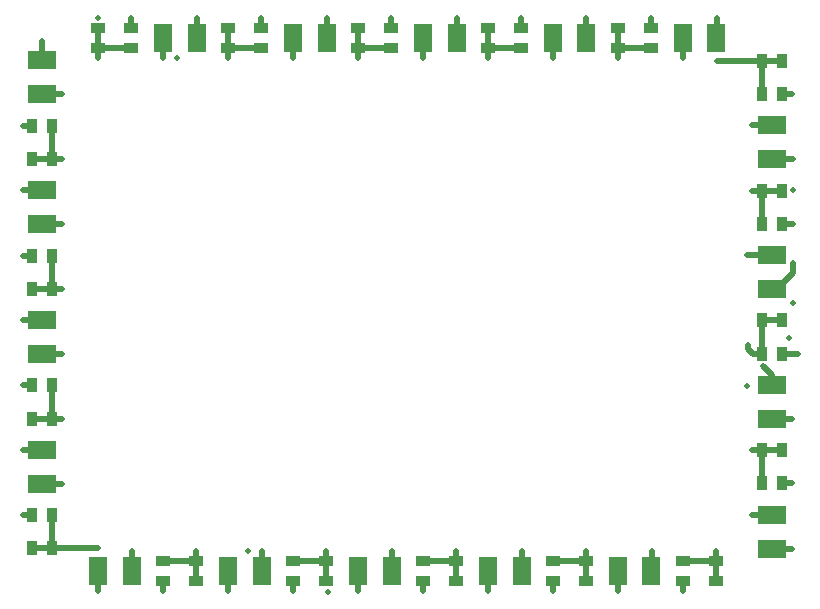
<source format=gbr>
%TF.GenerationSoftware,KiCad,Pcbnew,(7.0.0)*%
%TF.CreationDate,2023-07-18T21:43:10+02:00*%
%TF.ProjectId,Catcar_Ringlight,43617463-6172-45f5-9269-6e676c696768,1.0*%
%TF.SameCoordinates,Original*%
%TF.FileFunction,Copper,L1,Top*%
%TF.FilePolarity,Positive*%
%FSLAX46Y46*%
G04 Gerber Fmt 4.6, Leading zero omitted, Abs format (unit mm)*
G04 Created by KiCad (PCBNEW (7.0.0)) date 2023-07-18 21:43:10*
%MOMM*%
%LPD*%
G01*
G04 APERTURE LIST*
%TA.AperFunction,SMDPad,CuDef*%
%ADD10R,1.200000X0.900000*%
%TD*%
%TA.AperFunction,SMDPad,CuDef*%
%ADD11R,0.900000X1.200000*%
%TD*%
%TA.AperFunction,SMDPad,CuDef*%
%ADD12R,2.400000X1.600000*%
%TD*%
%TA.AperFunction,SMDPad,CuDef*%
%ADD13R,1.600000X2.400000*%
%TD*%
%TA.AperFunction,ViaPad*%
%ADD14C,0.500000*%
%TD*%
%TA.AperFunction,Conductor*%
%ADD15C,0.500000*%
%TD*%
G04 APERTURE END LIST*
D10*
%TO.P,D36,2,A*%
%TO.N,Net-(D36-A)*%
X76649999Y-78349999D03*
X73849999Y-78349999D03*
X73849999Y-76649999D03*
%TO.P,D36,1,K*%
%TO.N,GND*%
X76649999Y-76649999D03*
%TD*%
D11*
%TO.P,D35,1,K*%
%TO.N,Net-(D35-K)*%
X68249999Y-84899999D03*
%TO.P,D35,2,A*%
%TO.N,Net-(D35-A)*%
X68249999Y-87699999D03*
X69949999Y-87699999D03*
X69949999Y-84899999D03*
%TD*%
%TO.P,D34,1,K*%
%TO.N,Net-(D34-K)*%
X68249999Y-95899999D03*
%TO.P,D34,2,A*%
%TO.N,Net-(D34-A)*%
X68249999Y-98699999D03*
X69949999Y-98699999D03*
X69949999Y-95899999D03*
%TD*%
%TO.P,D33,1,K*%
%TO.N,Net-(D33-K)*%
X68249999Y-106899999D03*
%TO.P,D33,2,A*%
%TO.N,Net-(D33-A)*%
X68249999Y-109699999D03*
X69949999Y-109699999D03*
X69949999Y-106899999D03*
%TD*%
%TO.P,D32,1,K*%
%TO.N,Net-(D32-K)*%
X68249999Y-117899999D03*
%TO.P,D32,2,A*%
%TO.N,Net-(D32-A)*%
X68249999Y-120699999D03*
X69949999Y-120699999D03*
X69949999Y-117899999D03*
%TD*%
D10*
%TO.P,D31,1,K*%
%TO.N,Net-(D31-K)*%
X79349999Y-123449999D03*
%TO.P,D31,2,A*%
%TO.N,Net-(D31-A)*%
X82149999Y-123449999D03*
X82149999Y-121749999D03*
X79349999Y-121749999D03*
%TD*%
D12*
%TO.P,D30,1,K*%
%TO.N,GND*%
X69099999Y-79374999D03*
%TO.P,D30,2,A*%
%TO.N,Net-(D30-A)*%
X69099999Y-82224999D03*
%TD*%
%TO.P,D29,1,K*%
%TO.N,Net-(D29-K)*%
X69099999Y-90374999D03*
%TO.P,D29,2,A*%
%TO.N,Net-(D29-A)*%
X69099999Y-93224999D03*
%TD*%
%TO.P,D28,1,K*%
%TO.N,Net-(D28-K)*%
X69099999Y-101374999D03*
%TO.P,D28,2,A*%
%TO.N,Net-(D28-A)*%
X69099999Y-104224999D03*
%TD*%
%TO.P,D27,1,K*%
%TO.N,Net-(D27-K)*%
X69099999Y-112374999D03*
%TO.P,D27,2,A*%
%TO.N,Net-(D27-A)*%
X69099999Y-115224999D03*
%TD*%
D13*
%TO.P,D26,1,K*%
%TO.N,Net-(D26-K)*%
X73824999Y-122599999D03*
%TO.P,D26,2,A*%
%TO.N,Net-(D26-A)*%
X76674999Y-122599999D03*
%TD*%
%TO.P,D25,1,K*%
%TO.N,Net-(D25-K)*%
X84824999Y-122599999D03*
%TO.P,D25,2,A*%
%TO.N,Net-(D25-A)*%
X87674999Y-122599999D03*
%TD*%
D10*
%TO.P,D24,2,A*%
%TO.N,Net-(D24-A)*%
X90349999Y-121749999D03*
X93149999Y-121749999D03*
X93149999Y-123449999D03*
%TO.P,D24,1,K*%
%TO.N,GND*%
X90349999Y-123449999D03*
%TD*%
%TO.P,D23,2,A*%
%TO.N,Net-(D23-A)*%
X101349999Y-121749999D03*
X104149999Y-121749999D03*
X104149999Y-123449999D03*
%TO.P,D23,1,K*%
%TO.N,Net-(D23-K)*%
X101349999Y-123449999D03*
%TD*%
%TO.P,D22,2,A*%
%TO.N,Net-(D22-A)*%
X112349999Y-121749999D03*
X115149999Y-121749999D03*
X115149999Y-123449999D03*
%TO.P,D22,1,K*%
%TO.N,Net-(D22-K)*%
X112349999Y-123449999D03*
%TD*%
%TO.P,D21,2,A*%
%TO.N,Net-(D21-A)*%
X123349999Y-121749999D03*
X126149999Y-121749999D03*
X126149999Y-123449999D03*
%TO.P,D21,1,K*%
%TO.N,Net-(D21-K)*%
X123349999Y-123449999D03*
%TD*%
D11*
%TO.P,D20,1,K*%
%TO.N,Net-(D20-K)*%
X131749999Y-115199999D03*
%TO.P,D20,2,A*%
%TO.N,Net-(D20-A)*%
X131749999Y-112399999D03*
X130049999Y-112399999D03*
X130049999Y-115199999D03*
%TD*%
%TO.P,D19,1,K*%
%TO.N,Net-(D19-K)*%
X131749999Y-104199999D03*
%TO.P,D19,2,A*%
%TO.N,Net-(D19-A)*%
X131749999Y-101399999D03*
X130049999Y-101399999D03*
X130049999Y-104199999D03*
%TD*%
D13*
%TO.P,D18,2,A*%
%TO.N,Net-(D18-A)*%
X98674999Y-122599999D03*
%TO.P,D18,1,K*%
%TO.N,GND*%
X95824999Y-122599999D03*
%TD*%
%TO.P,D17,2,A*%
%TO.N,Net-(D17-A)*%
X109674999Y-122599999D03*
%TO.P,D17,1,K*%
%TO.N,Net-(D17-K)*%
X106824999Y-122599999D03*
%TD*%
%TO.P,D16,2,A*%
%TO.N,Net-(D16-A)*%
X120674999Y-122599999D03*
%TO.P,D16,1,K*%
%TO.N,Net-(D16-K)*%
X117824999Y-122599999D03*
%TD*%
D12*
%TO.P,D15,2,A*%
%TO.N,Net-(D15-A)*%
X130899999Y-117874999D03*
%TO.P,D15,1,K*%
%TO.N,Net-(D15-K)*%
X130899999Y-120724999D03*
%TD*%
%TO.P,D14,1,K*%
%TO.N,Net-(D14-K)*%
X130899999Y-109724999D03*
%TO.P,D14,2,A*%
%TO.N,Net-(D14-A)*%
X130899999Y-106874999D03*
%TD*%
%TO.P,D13,1,K*%
%TO.N,Net-(D13-K)*%
X130899999Y-98724999D03*
%TO.P,D13,2,A*%
%TO.N,Net-(D13-A)*%
X130899999Y-95874999D03*
%TD*%
D11*
%TO.P,D12,2,A*%
%TO.N,Net-(D12-A)*%
X130049999Y-93199999D03*
X130049999Y-90399999D03*
X131749999Y-90399999D03*
%TO.P,D12,1,K*%
%TO.N,GND*%
X131749999Y-93199999D03*
%TD*%
%TO.P,D11,1,K*%
%TO.N,Net-(D11-K)*%
X131749999Y-82199999D03*
%TO.P,D11,2,A*%
%TO.N,Net-(D11-A)*%
X131749999Y-79399999D03*
X130049999Y-79399999D03*
X130049999Y-82199999D03*
%TD*%
D10*
%TO.P,D10,1,K*%
%TO.N,Net-(D10-K)*%
X120649999Y-76649999D03*
%TO.P,D10,2,A*%
%TO.N,Net-(D10-A)*%
X117849999Y-76649999D03*
X117849999Y-78349999D03*
X120649999Y-78349999D03*
%TD*%
D12*
%TO.P,D6,2,A*%
%TO.N,Net-(D6-A)*%
X130899999Y-84874999D03*
%TO.P,D6,1,K*%
%TO.N,GND*%
X130899999Y-87724999D03*
%TD*%
D13*
%TO.P,D5,1,K*%
%TO.N,Net-(D5-K)*%
X126174999Y-77499999D03*
%TO.P,D5,2,A*%
%TO.N,Net-(D5-A)*%
X123324999Y-77499999D03*
%TD*%
%TO.P,D4,1,K*%
%TO.N,Net-(D4-K)*%
X115174999Y-77499999D03*
%TO.P,D4,2,A*%
%TO.N,Net-(D4-A)*%
X112324999Y-77499999D03*
%TD*%
D10*
%TO.P,D9,1,K*%
%TO.N,Net-(D9-K)*%
X109649999Y-76649999D03*
%TO.P,D9,2,A*%
%TO.N,Net-(D9-A)*%
X106849999Y-76649999D03*
X106849999Y-78349999D03*
X109649999Y-78349999D03*
%TD*%
%TO.P,D8,1,K*%
%TO.N,Net-(D8-K)*%
X98649999Y-76649999D03*
%TO.P,D8,2,A*%
%TO.N,Net-(D8-A)*%
X95849999Y-76649999D03*
X95849999Y-78349999D03*
X98649999Y-78349999D03*
%TD*%
%TO.P,D7,1,K*%
%TO.N,Net-(D7-K)*%
X87649999Y-76649999D03*
%TO.P,D7,2,A*%
%TO.N,Net-(D7-A)*%
X84849999Y-76649999D03*
X84849999Y-78349999D03*
X87649999Y-78349999D03*
%TD*%
D13*
%TO.P,D3,1,K*%
%TO.N,Net-(D3-K)*%
X104174999Y-77499999D03*
%TO.P,D3,2,A*%
%TO.N,Net-(D3-A)*%
X101324999Y-77499999D03*
%TD*%
%TO.P,D2,1,K*%
%TO.N,Net-(D2-K)*%
X93174999Y-77499999D03*
%TO.P,D2,2,A*%
%TO.N,Net-(D2-A)*%
X90324999Y-77499999D03*
%TD*%
%TO.P,D1,1,K*%
%TO.N,Net-(D1-K)*%
X82174999Y-77499999D03*
%TO.P,D1,2,A*%
%TO.N,Net-(D1-A)*%
X79324999Y-77499999D03*
%TD*%
D14*
%TO.N,VCCO*%
X128800000Y-106950000D03*
X80500000Y-79150000D03*
X86500000Y-120950000D03*
%TO.N,GND*%
X132300000Y-102900000D03*
%TO.N,VCCW*%
X132650000Y-99900000D03*
X73800000Y-75750000D03*
X93250000Y-124349502D03*
X132650000Y-90350000D03*
%TO.N,GND*%
X90350000Y-124300000D03*
X132650000Y-87750000D03*
X132650000Y-93200000D03*
X95850000Y-124300000D03*
X69100000Y-77750000D03*
X76650000Y-75800000D03*
%TO.N,Net-(D14-A)*%
X130100000Y-105249502D03*
%TO.N,Net-(D13-K)*%
X132700000Y-96550000D03*
%TO.N,Net-(D19-A)*%
X128850000Y-103500000D03*
%TO.N,Net-(D33-A)*%
X70775000Y-109700000D03*
%TO.N,Net-(D32-A)*%
X73800000Y-120700000D03*
%TO.N,Net-(D32-K)*%
X67425000Y-117900000D03*
%TO.N,Net-(D31-A)*%
X82150000Y-120925000D03*
%TO.N,Net-(D31-K)*%
X79350000Y-124275000D03*
%TO.N,Net-(D27-A)*%
X70775000Y-115225000D03*
%TO.N,Net-(D26-A)*%
X76677500Y-120925000D03*
%TO.N,Net-(D26-K)*%
X73825000Y-124275000D03*
%TO.N,Net-(D25-A)*%
X87675000Y-120925000D03*
%TO.N,Net-(D25-K)*%
X84822500Y-124275000D03*
%TO.N,Net-(D29-A)*%
X70775000Y-93237500D03*
%TO.N,Net-(D28-A)*%
X70775000Y-104237500D03*
%TO.N,Net-(D30-A)*%
X70775000Y-82237500D03*
%TO.N,Net-(D34-A)*%
X70775000Y-98700000D03*
%TO.N,Net-(D35-A)*%
X70775000Y-87700000D03*
%TO.N,Net-(D36-A)*%
X73850000Y-79175000D03*
%TO.N,Net-(D27-K)*%
X67425000Y-112375000D03*
%TO.N,Net-(D28-K)*%
X67425000Y-101375000D03*
%TO.N,Net-(D29-K)*%
X67425000Y-90350000D03*
%TO.N,Net-(D33-K)*%
X67425000Y-106900000D03*
%TO.N,Net-(D34-K)*%
X67425000Y-95900000D03*
%TO.N,Net-(D35-K)*%
X67425000Y-84900000D03*
%TO.N,Net-(D21-A)*%
X126150000Y-120925000D03*
%TO.N,Net-(D20-A)*%
X129225000Y-112400000D03*
%TO.N,Net-(D20-K)*%
X132575000Y-115200000D03*
%TO.N,Net-(D19-K)*%
X133100000Y-104200000D03*
%TO.N,Net-(D15-A)*%
X129225000Y-117875000D03*
%TO.N,Net-(D14-K)*%
X132575000Y-109725000D03*
%TO.N,Net-(D13-A)*%
X128750000Y-95875000D03*
%TO.N,Net-(D17-A)*%
X109687500Y-120925000D03*
%TO.N,Net-(D16-A)*%
X120687500Y-120925000D03*
%TO.N,Net-(D18-A)*%
X98687500Y-120925000D03*
%TO.N,Net-(D22-A)*%
X115150000Y-120925000D03*
%TO.N,Net-(D23-A)*%
X104150000Y-120925000D03*
%TO.N,Net-(D24-A)*%
X93150000Y-120925000D03*
%TO.N,Net-(D15-K)*%
X132575000Y-120725000D03*
%TO.N,Net-(D16-K)*%
X117825000Y-124275000D03*
%TO.N,Net-(D17-K)*%
X106800000Y-124275000D03*
%TO.N,Net-(D21-K)*%
X123350000Y-124275000D03*
%TO.N,Net-(D22-K)*%
X112350000Y-124275000D03*
%TO.N,Net-(D23-K)*%
X101350000Y-124275000D03*
%TO.N,Net-(D11-K)*%
X132575000Y-82200000D03*
%TO.N,Net-(D10-K)*%
X120650000Y-75825000D03*
%TO.N,Net-(D9-K)*%
X109650000Y-75825000D03*
%TO.N,Net-(D5-K)*%
X126200000Y-75825000D03*
%TO.N,Net-(D4-K)*%
X115175000Y-75825000D03*
%TO.N,Net-(D3-K)*%
X104175000Y-75825000D03*
%TO.N,Net-(D12-A)*%
X129225000Y-90400000D03*
%TO.N,Net-(D11-A)*%
X126250000Y-79400000D03*
%TO.N,Net-(D10-A)*%
X117850000Y-79175000D03*
%TO.N,Net-(D6-A)*%
X129225000Y-84862500D03*
%TO.N,Net-(D4-A)*%
X112312500Y-79175000D03*
%TO.N,Net-(D5-A)*%
X123312500Y-79175000D03*
%TO.N,Net-(D1-K)*%
X82177500Y-75825000D03*
%TO.N,Net-(D1-A)*%
X79325000Y-79175000D03*
%TO.N,Net-(D2-K)*%
X93175000Y-75825000D03*
%TO.N,Net-(D2-A)*%
X90322500Y-79175000D03*
%TO.N,Net-(D3-A)*%
X101325000Y-79175000D03*
%TO.N,Net-(D7-K)*%
X87650000Y-75825000D03*
%TO.N,Net-(D7-A)*%
X84850000Y-79175000D03*
%TO.N,Net-(D8-K)*%
X98650000Y-75825000D03*
%TO.N,Net-(D8-A)*%
X95850000Y-79175000D03*
%TO.N,Net-(D9-A)*%
X106850000Y-79175000D03*
%TD*%
D15*
%TO.N,Net-(D14-A)*%
X130900000Y-106049502D02*
X130900000Y-106875000D01*
X130100000Y-105249502D02*
X130900000Y-106049502D01*
%TO.N,GND*%
X90350000Y-123450000D02*
X90350000Y-124300000D01*
X132625000Y-87725000D02*
X132650000Y-87750000D01*
X130900000Y-87725000D02*
X132625000Y-87725000D01*
X131750000Y-93200000D02*
X132650000Y-93200000D01*
X95825000Y-124275000D02*
X95850000Y-124300000D01*
X95825000Y-122600000D02*
X95825000Y-124275000D01*
X69100000Y-79375000D02*
X69100000Y-77750000D01*
X76650000Y-76650000D02*
X76650000Y-75800000D01*
%TO.N,Net-(D11-A)*%
X130050000Y-79400000D02*
X126250000Y-79400000D01*
%TO.N,Net-(D32-A)*%
X69950000Y-120700000D02*
X73800000Y-120700000D01*
%TO.N,Net-(D13-K)*%
X131325000Y-98725000D02*
X130900000Y-98725000D01*
X132700000Y-96550000D02*
X132700000Y-97350000D01*
X132700000Y-97350000D02*
X131325000Y-98725000D01*
%TO.N,Net-(D19-A)*%
X128850000Y-103800000D02*
X128850000Y-103500000D01*
X130050000Y-104200000D02*
X129250000Y-104200000D01*
X129250000Y-104200000D02*
X128850000Y-103800000D01*
%TO.N,Net-(D19-K)*%
X131750000Y-104200000D02*
X133100000Y-104200000D01*
%TO.N,Net-(D13-A)*%
X130900000Y-95875000D02*
X128750000Y-95875000D01*
%TO.N,Net-(D33-A)*%
X69950000Y-109700000D02*
X70775000Y-109700000D01*
%TO.N,Net-(D32-K)*%
X68250000Y-117900000D02*
X67425000Y-117900000D01*
%TO.N,Net-(D31-A)*%
X82150000Y-121750000D02*
X82150000Y-120925000D01*
%TO.N,Net-(D31-K)*%
X79350000Y-123450000D02*
X79350000Y-124275000D01*
%TO.N,Net-(D27-A)*%
X69100000Y-115225000D02*
X70775000Y-115225000D01*
%TO.N,Net-(D26-A)*%
X76677500Y-122600000D02*
X76677500Y-120925000D01*
%TO.N,Net-(D26-K)*%
X73825000Y-122600000D02*
X73825000Y-124275000D01*
%TO.N,Net-(D25-A)*%
X87675000Y-122600000D02*
X87675000Y-120925000D01*
%TO.N,Net-(D25-K)*%
X84822500Y-122600000D02*
X84822500Y-124275000D01*
%TO.N,Net-(D33-A)*%
X69950000Y-106900000D02*
X69950000Y-109700000D01*
%TO.N,Net-(D32-A)*%
X69950000Y-117900000D02*
X69950000Y-120700000D01*
%TO.N,Net-(D33-A)*%
X68250000Y-109700000D02*
X69950000Y-109700000D01*
%TO.N,Net-(D31-A)*%
X79350000Y-121750000D02*
X82150000Y-121750000D01*
%TO.N,Net-(D32-A)*%
X68250000Y-120700000D02*
X69950000Y-120700000D01*
%TO.N,Net-(D31-A)*%
X82150000Y-123450000D02*
X82150000Y-121750000D01*
%TO.N,Net-(D29-A)*%
X69100000Y-93237500D02*
X70775000Y-93237500D01*
%TO.N,Net-(D28-A)*%
X69100000Y-104237500D02*
X70775000Y-104237500D01*
%TO.N,Net-(D30-A)*%
X69100000Y-82237500D02*
X70775000Y-82237500D01*
%TO.N,Net-(D34-A)*%
X69950000Y-98700000D02*
X70775000Y-98700000D01*
%TO.N,Net-(D35-A)*%
X69950000Y-87700000D02*
X70775000Y-87700000D01*
%TO.N,Net-(D36-A)*%
X73850000Y-78350000D02*
X73850000Y-79175000D01*
%TO.N,Net-(D27-K)*%
X69100000Y-112375000D02*
X67425000Y-112375000D01*
%TO.N,Net-(D28-K)*%
X69100000Y-101375000D02*
X67425000Y-101375000D01*
%TO.N,Net-(D29-K)*%
X69100000Y-90350000D02*
X67425000Y-90350000D01*
%TO.N,Net-(D33-K)*%
X68250000Y-106900000D02*
X67425000Y-106900000D01*
%TO.N,Net-(D34-K)*%
X68250000Y-95900000D02*
X67425000Y-95900000D01*
%TO.N,Net-(D35-K)*%
X68250000Y-84900000D02*
X67425000Y-84900000D01*
%TO.N,Net-(D34-A)*%
X68250000Y-98700000D02*
X69950000Y-98700000D01*
X69950000Y-95900000D02*
X69950000Y-98700000D01*
%TO.N,Net-(D35-A)*%
X68250000Y-87700000D02*
X69950000Y-87700000D01*
X69950000Y-84900000D02*
X69950000Y-87700000D01*
%TO.N,Net-(D36-A)*%
X73850000Y-76650000D02*
X73850000Y-78350000D01*
X76650000Y-78350000D02*
X73850000Y-78350000D01*
%TO.N,Net-(D21-A)*%
X126150000Y-121750000D02*
X126150000Y-120925000D01*
%TO.N,Net-(D20-A)*%
X130050000Y-112400000D02*
X129225000Y-112400000D01*
%TO.N,Net-(D20-K)*%
X131750000Y-115200000D02*
X132575000Y-115200000D01*
%TO.N,Net-(D15-A)*%
X130900000Y-117875000D02*
X129225000Y-117875000D01*
%TO.N,Net-(D14-K)*%
X130900000Y-109725000D02*
X132575000Y-109725000D01*
%TO.N,Net-(D21-A)*%
X123350000Y-121750000D02*
X126150000Y-121750000D01*
%TO.N,Net-(D20-A)*%
X130050000Y-115200000D02*
X130050000Y-112400000D01*
%TO.N,Net-(D21-A)*%
X126150000Y-123450000D02*
X126150000Y-121750000D01*
%TO.N,Net-(D19-A)*%
X130050000Y-104200000D02*
X130050000Y-101400000D01*
%TO.N,Net-(D20-A)*%
X131750000Y-112400000D02*
X130050000Y-112400000D01*
%TO.N,Net-(D19-A)*%
X131750000Y-101400000D02*
X130050000Y-101400000D01*
%TO.N,Net-(D17-A)*%
X109687500Y-122600000D02*
X109687500Y-120925000D01*
%TO.N,Net-(D16-A)*%
X120687500Y-122600000D02*
X120687500Y-120925000D01*
%TO.N,Net-(D18-A)*%
X98687500Y-122600000D02*
X98687500Y-120925000D01*
%TO.N,Net-(D22-A)*%
X115150000Y-121750000D02*
X115150000Y-120925000D01*
%TO.N,Net-(D23-A)*%
X104150000Y-121750000D02*
X104150000Y-120925000D01*
%TO.N,Net-(D24-A)*%
X93150000Y-121750000D02*
X93150000Y-120925000D01*
%TO.N,Net-(D15-K)*%
X130900000Y-120725000D02*
X132575000Y-120725000D01*
%TO.N,Net-(D16-K)*%
X117825000Y-122600000D02*
X117825000Y-124275000D01*
%TO.N,Net-(D17-K)*%
X106800000Y-122600000D02*
X106800000Y-124275000D01*
%TO.N,Net-(D21-K)*%
X123350000Y-123450000D02*
X123350000Y-124275000D01*
%TO.N,Net-(D22-K)*%
X112350000Y-123450000D02*
X112350000Y-124275000D01*
%TO.N,Net-(D23-K)*%
X101350000Y-123450000D02*
X101350000Y-124275000D01*
%TO.N,Net-(D22-A)*%
X115150000Y-123450000D02*
X115150000Y-121750000D01*
X112350000Y-121750000D02*
X115150000Y-121750000D01*
%TO.N,Net-(D23-A)*%
X104150000Y-123450000D02*
X104150000Y-121750000D01*
X101350000Y-121750000D02*
X104150000Y-121750000D01*
%TO.N,Net-(D24-A)*%
X93150000Y-123450000D02*
X93150000Y-121750000D01*
X90350000Y-121750000D02*
X93150000Y-121750000D01*
%TO.N,Net-(D12-A)*%
X130050000Y-93200000D02*
X130050000Y-90400000D01*
X131750000Y-90400000D02*
X130050000Y-90400000D01*
%TO.N,Net-(D11-A)*%
X130050000Y-82200000D02*
X130050000Y-79400000D01*
X131750000Y-79400000D02*
X130050000Y-79400000D01*
%TO.N,Net-(D10-A)*%
X120650000Y-78350000D02*
X117850000Y-78350000D01*
X117850000Y-76650000D02*
X117850000Y-78350000D01*
%TO.N,Net-(D11-K)*%
X131750000Y-82200000D02*
X132575000Y-82200000D01*
%TO.N,Net-(D10-K)*%
X120650000Y-76650000D02*
X120650000Y-75825000D01*
%TO.N,Net-(D9-K)*%
X109650000Y-76650000D02*
X109650000Y-75825000D01*
%TO.N,Net-(D5-K)*%
X126200000Y-77500000D02*
X126200000Y-75825000D01*
%TO.N,Net-(D4-K)*%
X115175000Y-77500000D02*
X115175000Y-75825000D01*
%TO.N,Net-(D3-K)*%
X104175000Y-77500000D02*
X104175000Y-75825000D01*
%TO.N,Net-(D12-A)*%
X130050000Y-90400000D02*
X129225000Y-90400000D01*
%TO.N,Net-(D10-A)*%
X117850000Y-78350000D02*
X117850000Y-79175000D01*
%TO.N,Net-(D6-A)*%
X130900000Y-84862500D02*
X129225000Y-84862500D01*
%TO.N,Net-(D4-A)*%
X112312500Y-77500000D02*
X112312500Y-79175000D01*
%TO.N,Net-(D5-A)*%
X123312500Y-77500000D02*
X123312500Y-79175000D01*
%TO.N,Net-(D7-A)*%
X84850000Y-76650000D02*
X84850000Y-78350000D01*
%TO.N,Net-(D8-A)*%
X95850000Y-76650000D02*
X95850000Y-78350000D01*
%TO.N,Net-(D7-A)*%
X87650000Y-78350000D02*
X84850000Y-78350000D01*
%TO.N,Net-(D9-A)*%
X106850000Y-76650000D02*
X106850000Y-78350000D01*
%TO.N,Net-(D8-A)*%
X98650000Y-78350000D02*
X95850000Y-78350000D01*
%TO.N,Net-(D9-A)*%
X109650000Y-78350000D02*
X106850000Y-78350000D01*
%TO.N,Net-(D1-K)*%
X82177500Y-77500000D02*
X82177500Y-75825000D01*
%TO.N,Net-(D1-A)*%
X79325000Y-77500000D02*
X79325000Y-79175000D01*
%TO.N,Net-(D2-K)*%
X93175000Y-77500000D02*
X93175000Y-75825000D01*
%TO.N,Net-(D2-A)*%
X90322500Y-77500000D02*
X90322500Y-79175000D01*
%TO.N,Net-(D3-A)*%
X101325000Y-77500000D02*
X101325000Y-79175000D01*
%TO.N,Net-(D7-K)*%
X87650000Y-76650000D02*
X87650000Y-75825000D01*
%TO.N,Net-(D7-A)*%
X84850000Y-78350000D02*
X84850000Y-79175000D01*
%TO.N,Net-(D8-K)*%
X98650000Y-76650000D02*
X98650000Y-75825000D01*
%TO.N,Net-(D8-A)*%
X95850000Y-78350000D02*
X95850000Y-79175000D01*
%TO.N,Net-(D9-A)*%
X106850000Y-78350000D02*
X106850000Y-79175000D01*
%TD*%
M02*

</source>
